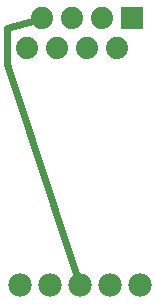
<source format=gtl>
G04 MADE WITH FRITZING*
G04 WWW.FRITZING.ORG*
G04 DOUBLE SIDED*
G04 HOLES PLATED*
G04 CONTOUR ON CENTER OF CONTOUR VECTOR*
%ASAXBY*%
%FSLAX23Y23*%
%MOIN*%
%OFA0B0*%
%SFA1.0B1.0*%
%ADD10C,0.074000*%
%ADD11C,0.078000*%
%ADD12C,0.024000*%
%ADD13R,0.001000X0.001000*%
%LNCOPPER1*%
G90*
G70*
G54D10*
X221Y853D03*
X271Y953D03*
X321Y853D03*
X421Y853D03*
X521Y853D03*
X371Y953D03*
X471Y953D03*
X571Y953D03*
G54D11*
X197Y63D03*
X297Y63D03*
X397Y63D03*
X497Y63D03*
X597Y63D03*
G54D12*
X252Y947D02*
X156Y919D01*
X156Y919D02*
X156Y799D01*
X156Y799D02*
X391Y81D01*
G54D13*
X534Y989D02*
X607Y989D01*
X534Y988D02*
X607Y988D01*
X534Y987D02*
X607Y987D01*
X534Y986D02*
X607Y986D01*
X534Y985D02*
X607Y985D01*
X534Y984D02*
X607Y984D01*
X534Y983D02*
X607Y983D01*
X534Y982D02*
X607Y982D01*
X534Y981D02*
X607Y981D01*
X534Y980D02*
X607Y980D01*
X534Y979D02*
X607Y979D01*
X534Y978D02*
X607Y978D01*
X534Y977D02*
X607Y977D01*
X534Y976D02*
X607Y976D01*
X534Y975D02*
X607Y975D01*
X534Y974D02*
X607Y974D01*
X534Y973D02*
X607Y973D01*
X534Y972D02*
X567Y972D01*
X575Y972D02*
X607Y972D01*
X534Y971D02*
X563Y971D01*
X578Y971D02*
X607Y971D01*
X534Y970D02*
X561Y970D01*
X580Y970D02*
X607Y970D01*
X534Y969D02*
X559Y969D01*
X582Y969D02*
X607Y969D01*
X534Y968D02*
X558Y968D01*
X583Y968D02*
X607Y968D01*
X534Y967D02*
X557Y967D01*
X585Y967D02*
X607Y967D01*
X534Y966D02*
X556Y966D01*
X586Y966D02*
X607Y966D01*
X534Y965D02*
X555Y965D01*
X586Y965D02*
X607Y965D01*
X534Y964D02*
X554Y964D01*
X587Y964D02*
X607Y964D01*
X534Y963D02*
X554Y963D01*
X588Y963D02*
X607Y963D01*
X534Y962D02*
X553Y962D01*
X588Y962D02*
X607Y962D01*
X534Y961D02*
X552Y961D01*
X589Y961D02*
X607Y961D01*
X534Y960D02*
X552Y960D01*
X589Y960D02*
X607Y960D01*
X534Y959D02*
X552Y959D01*
X590Y959D02*
X607Y959D01*
X534Y958D02*
X551Y958D01*
X590Y958D02*
X607Y958D01*
X534Y957D02*
X551Y957D01*
X590Y957D02*
X607Y957D01*
X534Y956D02*
X551Y956D01*
X591Y956D02*
X607Y956D01*
X534Y955D02*
X551Y955D01*
X591Y955D02*
X607Y955D01*
X534Y954D02*
X551Y954D01*
X591Y954D02*
X607Y954D01*
X534Y953D02*
X551Y953D01*
X591Y953D02*
X607Y953D01*
X534Y952D02*
X551Y952D01*
X591Y952D02*
X607Y952D01*
X534Y951D02*
X551Y951D01*
X591Y951D02*
X607Y951D01*
X534Y950D02*
X551Y950D01*
X591Y950D02*
X607Y950D01*
X534Y949D02*
X551Y949D01*
X591Y949D02*
X607Y949D01*
X534Y948D02*
X551Y948D01*
X590Y948D02*
X607Y948D01*
X534Y947D02*
X551Y947D01*
X590Y947D02*
X607Y947D01*
X534Y946D02*
X552Y946D01*
X590Y946D02*
X607Y946D01*
X534Y945D02*
X552Y945D01*
X589Y945D02*
X607Y945D01*
X534Y944D02*
X553Y944D01*
X589Y944D02*
X607Y944D01*
X534Y943D02*
X553Y943D01*
X588Y943D02*
X607Y943D01*
X534Y942D02*
X554Y942D01*
X588Y942D02*
X607Y942D01*
X534Y941D02*
X554Y941D01*
X587Y941D02*
X607Y941D01*
X534Y940D02*
X555Y940D01*
X586Y940D02*
X607Y940D01*
X534Y939D02*
X556Y939D01*
X585Y939D02*
X607Y939D01*
X534Y938D02*
X557Y938D01*
X584Y938D02*
X607Y938D01*
X534Y937D02*
X558Y937D01*
X583Y937D02*
X607Y937D01*
X534Y936D02*
X560Y936D01*
X581Y936D02*
X607Y936D01*
X534Y935D02*
X562Y935D01*
X580Y935D02*
X607Y935D01*
X534Y934D02*
X564Y934D01*
X577Y934D02*
X607Y934D01*
X534Y933D02*
X607Y933D01*
X534Y932D02*
X607Y932D01*
X534Y931D02*
X607Y931D01*
X534Y930D02*
X607Y930D01*
X534Y929D02*
X607Y929D01*
X534Y928D02*
X607Y928D01*
X534Y927D02*
X607Y927D01*
X534Y926D02*
X607Y926D01*
X534Y925D02*
X607Y925D01*
X534Y924D02*
X607Y924D01*
X534Y923D02*
X607Y923D01*
X534Y922D02*
X607Y922D01*
X534Y921D02*
X607Y921D01*
X534Y920D02*
X607Y920D01*
X534Y919D02*
X607Y919D01*
X534Y918D02*
X607Y918D01*
X534Y917D02*
X607Y917D01*
X534Y916D02*
X607Y916D01*
D02*
G04 End of Copper1*
M02*
</source>
